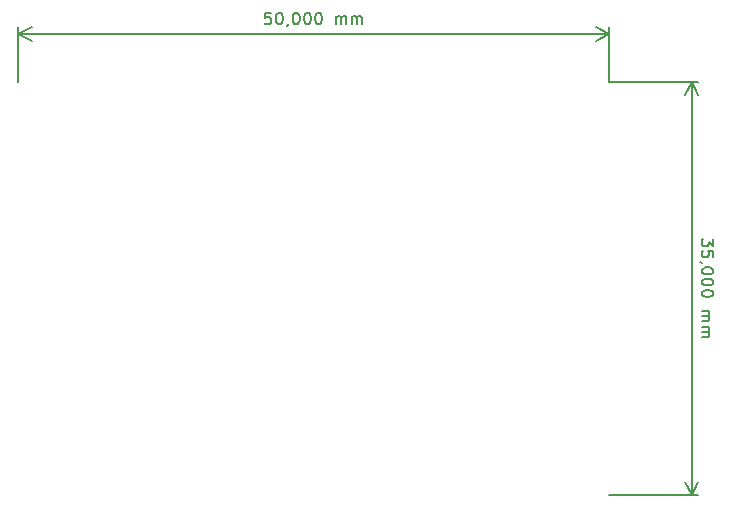
<source format=gbr>
G04 #@! TF.GenerationSoftware,KiCad,Pcbnew,(5.1.5)-3*
G04 #@! TF.CreationDate,2021-04-24T16:20:20+02:00*
G04 #@! TF.ProjectId,control-probador-motores-pap,636f6e74-726f-46c2-9d70-726f6261646f,1.0*
G04 #@! TF.SameCoordinates,Original*
G04 #@! TF.FileFunction,Other,User*
%FSLAX46Y46*%
G04 Gerber Fmt 4.6, Leading zero omitted, Abs format (unit mm)*
G04 Created by KiCad (PCBNEW (5.1.5)-3) date 2021-04-24 16:20:20*
%MOMM*%
%LPD*%
G04 APERTURE LIST*
%ADD10C,0.150000*%
G04 APERTURE END LIST*
D10*
X122874152Y-63381980D02*
X122397961Y-63381980D01*
X122350342Y-63858171D01*
X122397961Y-63810552D01*
X122493200Y-63762933D01*
X122731295Y-63762933D01*
X122826533Y-63810552D01*
X122874152Y-63858171D01*
X122921771Y-63953409D01*
X122921771Y-64191504D01*
X122874152Y-64286742D01*
X122826533Y-64334361D01*
X122731295Y-64381980D01*
X122493200Y-64381980D01*
X122397961Y-64334361D01*
X122350342Y-64286742D01*
X123540819Y-63381980D02*
X123636057Y-63381980D01*
X123731295Y-63429600D01*
X123778914Y-63477219D01*
X123826533Y-63572457D01*
X123874152Y-63762933D01*
X123874152Y-64001028D01*
X123826533Y-64191504D01*
X123778914Y-64286742D01*
X123731295Y-64334361D01*
X123636057Y-64381980D01*
X123540819Y-64381980D01*
X123445580Y-64334361D01*
X123397961Y-64286742D01*
X123350342Y-64191504D01*
X123302723Y-64001028D01*
X123302723Y-63762933D01*
X123350342Y-63572457D01*
X123397961Y-63477219D01*
X123445580Y-63429600D01*
X123540819Y-63381980D01*
X124350342Y-64334361D02*
X124350342Y-64381980D01*
X124302723Y-64477219D01*
X124255104Y-64524838D01*
X124969390Y-63381980D02*
X125064628Y-63381980D01*
X125159866Y-63429600D01*
X125207485Y-63477219D01*
X125255104Y-63572457D01*
X125302723Y-63762933D01*
X125302723Y-64001028D01*
X125255104Y-64191504D01*
X125207485Y-64286742D01*
X125159866Y-64334361D01*
X125064628Y-64381980D01*
X124969390Y-64381980D01*
X124874152Y-64334361D01*
X124826533Y-64286742D01*
X124778914Y-64191504D01*
X124731295Y-64001028D01*
X124731295Y-63762933D01*
X124778914Y-63572457D01*
X124826533Y-63477219D01*
X124874152Y-63429600D01*
X124969390Y-63381980D01*
X125921771Y-63381980D02*
X126017009Y-63381980D01*
X126112247Y-63429600D01*
X126159866Y-63477219D01*
X126207485Y-63572457D01*
X126255104Y-63762933D01*
X126255104Y-64001028D01*
X126207485Y-64191504D01*
X126159866Y-64286742D01*
X126112247Y-64334361D01*
X126017009Y-64381980D01*
X125921771Y-64381980D01*
X125826533Y-64334361D01*
X125778914Y-64286742D01*
X125731295Y-64191504D01*
X125683676Y-64001028D01*
X125683676Y-63762933D01*
X125731295Y-63572457D01*
X125778914Y-63477219D01*
X125826533Y-63429600D01*
X125921771Y-63381980D01*
X126874152Y-63381980D02*
X126969390Y-63381980D01*
X127064628Y-63429600D01*
X127112247Y-63477219D01*
X127159866Y-63572457D01*
X127207485Y-63762933D01*
X127207485Y-64001028D01*
X127159866Y-64191504D01*
X127112247Y-64286742D01*
X127064628Y-64334361D01*
X126969390Y-64381980D01*
X126874152Y-64381980D01*
X126778914Y-64334361D01*
X126731295Y-64286742D01*
X126683676Y-64191504D01*
X126636057Y-64001028D01*
X126636057Y-63762933D01*
X126683676Y-63572457D01*
X126731295Y-63477219D01*
X126778914Y-63429600D01*
X126874152Y-63381980D01*
X128397961Y-64381980D02*
X128397961Y-63715314D01*
X128397961Y-63810552D02*
X128445580Y-63762933D01*
X128540819Y-63715314D01*
X128683676Y-63715314D01*
X128778914Y-63762933D01*
X128826533Y-63858171D01*
X128826533Y-64381980D01*
X128826533Y-63858171D02*
X128874152Y-63762933D01*
X128969390Y-63715314D01*
X129112247Y-63715314D01*
X129207485Y-63762933D01*
X129255104Y-63858171D01*
X129255104Y-64381980D01*
X129731295Y-64381980D02*
X129731295Y-63715314D01*
X129731295Y-63810552D02*
X129778914Y-63762933D01*
X129874152Y-63715314D01*
X130017009Y-63715314D01*
X130112247Y-63762933D01*
X130159866Y-63858171D01*
X130159866Y-64381980D01*
X130159866Y-63858171D02*
X130207485Y-63762933D01*
X130302723Y-63715314D01*
X130445580Y-63715314D01*
X130540819Y-63762933D01*
X130588438Y-63858171D01*
X130588438Y-64381980D01*
X151493200Y-65229600D02*
X101493200Y-65229600D01*
X151493200Y-69229600D02*
X151493200Y-64643179D01*
X101493200Y-69229600D02*
X101493200Y-64643179D01*
X101493200Y-65229600D02*
X102619704Y-64643179D01*
X101493200Y-65229600D02*
X102619704Y-65816021D01*
X151493200Y-65229600D02*
X150366696Y-64643179D01*
X151493200Y-65229600D02*
X150366696Y-65816021D01*
X160340819Y-82539123D02*
X160340819Y-83158171D01*
X159959866Y-82824838D01*
X159959866Y-82967695D01*
X159912247Y-83062933D01*
X159864628Y-83110552D01*
X159769390Y-83158171D01*
X159531295Y-83158171D01*
X159436057Y-83110552D01*
X159388438Y-83062933D01*
X159340819Y-82967695D01*
X159340819Y-82681980D01*
X159388438Y-82586742D01*
X159436057Y-82539123D01*
X160340819Y-84062933D02*
X160340819Y-83586742D01*
X159864628Y-83539123D01*
X159912247Y-83586742D01*
X159959866Y-83681980D01*
X159959866Y-83920076D01*
X159912247Y-84015314D01*
X159864628Y-84062933D01*
X159769390Y-84110552D01*
X159531295Y-84110552D01*
X159436057Y-84062933D01*
X159388438Y-84015314D01*
X159340819Y-83920076D01*
X159340819Y-83681980D01*
X159388438Y-83586742D01*
X159436057Y-83539123D01*
X159388438Y-84586742D02*
X159340819Y-84586742D01*
X159245580Y-84539123D01*
X159197961Y-84491504D01*
X160340819Y-85205790D02*
X160340819Y-85301028D01*
X160293200Y-85396266D01*
X160245580Y-85443885D01*
X160150342Y-85491504D01*
X159959866Y-85539123D01*
X159721771Y-85539123D01*
X159531295Y-85491504D01*
X159436057Y-85443885D01*
X159388438Y-85396266D01*
X159340819Y-85301028D01*
X159340819Y-85205790D01*
X159388438Y-85110552D01*
X159436057Y-85062933D01*
X159531295Y-85015314D01*
X159721771Y-84967695D01*
X159959866Y-84967695D01*
X160150342Y-85015314D01*
X160245580Y-85062933D01*
X160293200Y-85110552D01*
X160340819Y-85205790D01*
X160340819Y-86158171D02*
X160340819Y-86253409D01*
X160293200Y-86348647D01*
X160245580Y-86396266D01*
X160150342Y-86443885D01*
X159959866Y-86491504D01*
X159721771Y-86491504D01*
X159531295Y-86443885D01*
X159436057Y-86396266D01*
X159388438Y-86348647D01*
X159340819Y-86253409D01*
X159340819Y-86158171D01*
X159388438Y-86062933D01*
X159436057Y-86015314D01*
X159531295Y-85967695D01*
X159721771Y-85920076D01*
X159959866Y-85920076D01*
X160150342Y-85967695D01*
X160245580Y-86015314D01*
X160293200Y-86062933D01*
X160340819Y-86158171D01*
X160340819Y-87110552D02*
X160340819Y-87205790D01*
X160293200Y-87301028D01*
X160245580Y-87348647D01*
X160150342Y-87396266D01*
X159959866Y-87443885D01*
X159721771Y-87443885D01*
X159531295Y-87396266D01*
X159436057Y-87348647D01*
X159388438Y-87301028D01*
X159340819Y-87205790D01*
X159340819Y-87110552D01*
X159388438Y-87015314D01*
X159436057Y-86967695D01*
X159531295Y-86920076D01*
X159721771Y-86872457D01*
X159959866Y-86872457D01*
X160150342Y-86920076D01*
X160245580Y-86967695D01*
X160293200Y-87015314D01*
X160340819Y-87110552D01*
X159340819Y-88634361D02*
X160007485Y-88634361D01*
X159912247Y-88634361D02*
X159959866Y-88681980D01*
X160007485Y-88777219D01*
X160007485Y-88920076D01*
X159959866Y-89015314D01*
X159864628Y-89062933D01*
X159340819Y-89062933D01*
X159864628Y-89062933D02*
X159959866Y-89110552D01*
X160007485Y-89205790D01*
X160007485Y-89348647D01*
X159959866Y-89443885D01*
X159864628Y-89491504D01*
X159340819Y-89491504D01*
X159340819Y-89967695D02*
X160007485Y-89967695D01*
X159912247Y-89967695D02*
X159959866Y-90015314D01*
X160007485Y-90110552D01*
X160007485Y-90253409D01*
X159959866Y-90348647D01*
X159864628Y-90396266D01*
X159340819Y-90396266D01*
X159864628Y-90396266D02*
X159959866Y-90443885D01*
X160007485Y-90539123D01*
X160007485Y-90681980D01*
X159959866Y-90777219D01*
X159864628Y-90824838D01*
X159340819Y-90824838D01*
X158493200Y-69229600D02*
X158493200Y-104229600D01*
X151493200Y-69229600D02*
X159079621Y-69229600D01*
X151493200Y-104229600D02*
X159079621Y-104229600D01*
X158493200Y-104229600D02*
X157906779Y-103103096D01*
X158493200Y-104229600D02*
X159079621Y-103103096D01*
X158493200Y-69229600D02*
X157906779Y-70356104D01*
X158493200Y-69229600D02*
X159079621Y-70356104D01*
M02*

</source>
